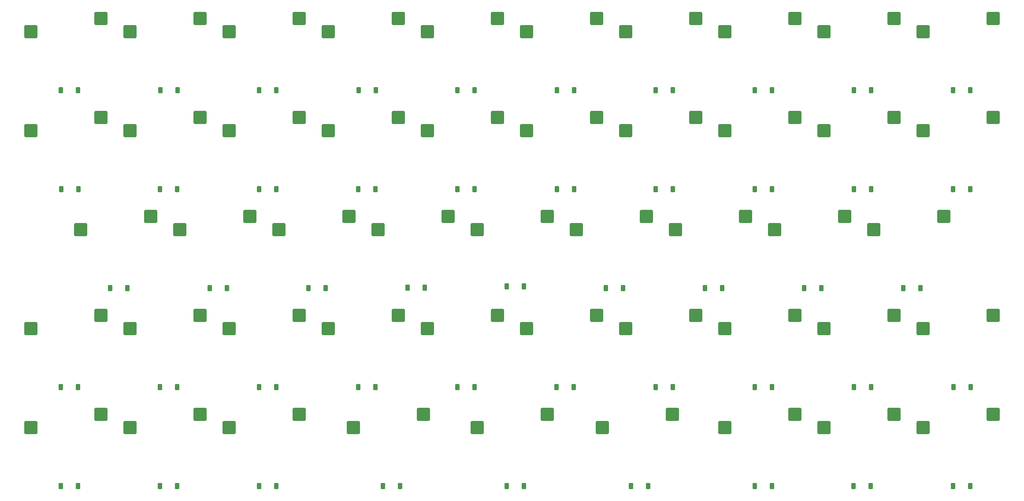
<source format=gbr>
%TF.GenerationSoftware,KiCad,Pcbnew,8.0.6*%
%TF.CreationDate,2024-11-22T09:07:55-07:00*%
%TF.ProjectId,newk-tabesque48,6e65776b-2d74-4616-9265-737175653438,rev?*%
%TF.SameCoordinates,Original*%
%TF.FileFunction,Paste,Bot*%
%TF.FilePolarity,Positive*%
%FSLAX46Y46*%
G04 Gerber Fmt 4.6, Leading zero omitted, Abs format (unit mm)*
G04 Created by KiCad (PCBNEW 8.0.6) date 2024-11-22 09:07:55*
%MOMM*%
%LPD*%
G01*
G04 APERTURE LIST*
G04 Aperture macros list*
%AMRoundRect*
0 Rectangle with rounded corners*
0 $1 Rounding radius*
0 $2 $3 $4 $5 $6 $7 $8 $9 X,Y pos of 4 corners*
0 Add a 4 corners polygon primitive as box body*
4,1,4,$2,$3,$4,$5,$6,$7,$8,$9,$2,$3,0*
0 Add four circle primitives for the rounded corners*
1,1,$1+$1,$2,$3*
1,1,$1+$1,$4,$5*
1,1,$1+$1,$6,$7*
1,1,$1+$1,$8,$9*
0 Add four rect primitives between the rounded corners*
20,1,$1+$1,$2,$3,$4,$5,0*
20,1,$1+$1,$4,$5,$6,$7,0*
20,1,$1+$1,$6,$7,$8,$9,0*
20,1,$1+$1,$8,$9,$2,$3,0*%
G04 Aperture macros list end*
%ADD10RoundRect,0.250000X1.025000X1.000000X-1.025000X1.000000X-1.025000X-1.000000X1.025000X-1.000000X0*%
%ADD11RoundRect,0.225000X0.225000X0.375000X-0.225000X0.375000X-0.225000X-0.375000X0.225000X-0.375000X0*%
G04 APERTURE END LIST*
D10*
%TO.C,MX33*%
X176409000Y-112522000D03*
X189859000Y-109982000D03*
%TD*%
%TO.C,MX31*%
X214509000Y-112522000D03*
X227959000Y-109982000D03*
%TD*%
%TO.C,MX44*%
X147834000Y-131572000D03*
X161284000Y-129032000D03*
%TD*%
%TO.C,MX4*%
X176409000Y-55372000D03*
X189859000Y-52832000D03*
%TD*%
%TO.C,MX12*%
X214509000Y-74422000D03*
X227959000Y-71882000D03*
%TD*%
%TO.C,MX37*%
X100209000Y-112522000D03*
X113659000Y-109982000D03*
%TD*%
%TO.C,MX20*%
X62109000Y-74422000D03*
X75559000Y-71882000D03*
%TD*%
%TO.C,MX39*%
X62109000Y-112522000D03*
X75559000Y-109982000D03*
%TD*%
%TO.C,MX3*%
X195459000Y-55372000D03*
X208909000Y-52832000D03*
%TD*%
%TO.C,MX13*%
X195459000Y-74422000D03*
X208909000Y-71882000D03*
%TD*%
D11*
%TO.C,D32*%
X204469000Y-123793250D03*
X201169000Y-123793250D03*
%TD*%
%TO.C,D31*%
X223519000Y-123793250D03*
X220219000Y-123793250D03*
%TD*%
D10*
%TO.C,MX2*%
X214509000Y-55372000D03*
X227959000Y-52832000D03*
%TD*%
D11*
%TO.C,D47*%
X90169000Y-142843250D03*
X86869000Y-142843250D03*
%TD*%
D10*
%TO.C,MX7*%
X119259000Y-55372000D03*
X132709000Y-52832000D03*
%TD*%
D11*
%TO.C,D36*%
X128269000Y-123793250D03*
X124969000Y-123793250D03*
%TD*%
%TO.C,D15*%
X166431500Y-85693250D03*
X163131500Y-85693250D03*
%TD*%
D10*
%TO.C,MX1*%
X233559000Y-55372000D03*
X247009000Y-52832000D03*
%TD*%
%TO.C,MX19*%
X81159000Y-74422000D03*
X94609000Y-71882000D03*
%TD*%
D11*
%TO.C,D6*%
X147319000Y-66643250D03*
X144019000Y-66643250D03*
%TD*%
%TO.C,D5*%
X166431500Y-66643250D03*
X163131500Y-66643250D03*
%TD*%
D10*
%TO.C,MX40*%
X233559000Y-131572000D03*
X247009000Y-129032000D03*
%TD*%
%TO.C,MX36*%
X119259000Y-112522000D03*
X132709000Y-109982000D03*
%TD*%
%TO.C,MX46*%
X100209000Y-131572000D03*
X113659000Y-129032000D03*
%TD*%
%TO.C,MX16*%
X138309000Y-74422000D03*
X151759000Y-71882000D03*
%TD*%
%TO.C,MX41*%
X214509000Y-131572000D03*
X227959000Y-129032000D03*
%TD*%
%TO.C,MX17*%
X119259000Y-74422000D03*
X132709000Y-71882000D03*
%TD*%
D11*
%TO.C,D9*%
X90231500Y-66643250D03*
X86931500Y-66643250D03*
%TD*%
D10*
%TO.C,MX9*%
X81159000Y-55372000D03*
X94609000Y-52832000D03*
%TD*%
D11*
%TO.C,D43*%
X180656500Y-142843250D03*
X177356500Y-142843250D03*
%TD*%
D10*
%TO.C,MX25*%
X147834000Y-93472000D03*
X161284000Y-90932000D03*
%TD*%
D11*
%TO.C,D39*%
X71119000Y-123793250D03*
X67819000Y-123793250D03*
%TD*%
D10*
%TO.C,MX10*%
X62109000Y-55372000D03*
X75559000Y-52832000D03*
%TD*%
D11*
%TO.C,D19*%
X90169000Y-85693250D03*
X86869000Y-85693250D03*
%TD*%
%TO.C,D42*%
X204469000Y-142843250D03*
X201169000Y-142843250D03*
%TD*%
%TO.C,D4*%
X185419000Y-66643250D03*
X182119000Y-66643250D03*
%TD*%
D10*
%TO.C,MX5*%
X157359000Y-55372000D03*
X170809000Y-52832000D03*
%TD*%
%TO.C,MX23*%
X185934000Y-93472000D03*
X199384000Y-90932000D03*
%TD*%
D11*
%TO.C,D24*%
X175894000Y-104743250D03*
X172594000Y-104743250D03*
%TD*%
%TO.C,D12*%
X223519000Y-85693250D03*
X220219000Y-85693250D03*
%TD*%
%TO.C,D17*%
X128269000Y-85693250D03*
X124969000Y-85693250D03*
%TD*%
%TO.C,D8*%
X109219000Y-66643250D03*
X105919000Y-66643250D03*
%TD*%
D10*
%TO.C,MX24*%
X166884000Y-93472000D03*
X180334000Y-90932000D03*
%TD*%
%TO.C,MX27*%
X109734000Y-93472000D03*
X123184000Y-90932000D03*
%TD*%
D11*
%TO.C,D13*%
X204469000Y-85693250D03*
X201169000Y-85693250D03*
%TD*%
%TO.C,D7*%
X128331500Y-66643250D03*
X125031500Y-66643250D03*
%TD*%
%TO.C,D30*%
X242631500Y-123793250D03*
X239331500Y-123793250D03*
%TD*%
%TO.C,D2*%
X223519000Y-66643250D03*
X220219000Y-66643250D03*
%TD*%
%TO.C,D1*%
X242569000Y-66643250D03*
X239269000Y-66643250D03*
%TD*%
%TO.C,D41*%
X223456500Y-142843250D03*
X220156500Y-142843250D03*
%TD*%
D10*
%TO.C,MX47*%
X81159000Y-131572000D03*
X94609000Y-129032000D03*
%TD*%
%TO.C,MX30*%
X233559000Y-112522000D03*
X247009000Y-109982000D03*
%TD*%
%TO.C,MX14*%
X176409000Y-74422000D03*
X189859000Y-71882000D03*
%TD*%
D11*
%TO.C,D35*%
X147319000Y-123793250D03*
X144019000Y-123793250D03*
%TD*%
D10*
%TO.C,MX11*%
X233559000Y-74422000D03*
X247009000Y-71882000D03*
%TD*%
%TO.C,MX22*%
X204984000Y-93472000D03*
X218434000Y-90932000D03*
%TD*%
D11*
%TO.C,D38*%
X90169000Y-123793250D03*
X86869000Y-123793250D03*
%TD*%
%TO.C,D48*%
X71119000Y-142843250D03*
X67819000Y-142843250D03*
%TD*%
D10*
%TO.C,MX15*%
X157359000Y-74422000D03*
X170809000Y-71882000D03*
%TD*%
%TO.C,MX43*%
X171884000Y-131572000D03*
X185334000Y-129032000D03*
%TD*%
%TO.C,MX35*%
X138309000Y-112522000D03*
X151759000Y-109982000D03*
%TD*%
D11*
%TO.C,D16*%
X147319000Y-85693250D03*
X144019000Y-85693250D03*
%TD*%
%TO.C,D37*%
X109219000Y-123793250D03*
X105919000Y-123793250D03*
%TD*%
%TO.C,D34*%
X166369000Y-123793250D03*
X163069000Y-123793250D03*
%TD*%
%TO.C,D44*%
X156844000Y-142843250D03*
X153544000Y-142843250D03*
%TD*%
%TO.C,D29*%
X80644000Y-104743250D03*
X77344000Y-104743250D03*
%TD*%
%TO.C,D40*%
X242569000Y-142843250D03*
X239269000Y-142843250D03*
%TD*%
%TO.C,D20*%
X71181500Y-85693250D03*
X67881500Y-85693250D03*
%TD*%
D10*
%TO.C,MX29*%
X71634000Y-93472000D03*
X85084000Y-90932000D03*
%TD*%
D11*
%TO.C,D23*%
X194944000Y-104743250D03*
X191644000Y-104743250D03*
%TD*%
D10*
%TO.C,MX34*%
X157359000Y-112522000D03*
X170809000Y-109982000D03*
%TD*%
D11*
%TO.C,D21*%
X233044000Y-104743250D03*
X229744000Y-104743250D03*
%TD*%
D10*
%TO.C,MX8*%
X100209000Y-55372000D03*
X113659000Y-52832000D03*
%TD*%
D11*
%TO.C,D18*%
X109219000Y-85693250D03*
X105919000Y-85693250D03*
%TD*%
%TO.C,D25*%
X156844000Y-104425750D03*
X153544000Y-104425750D03*
%TD*%
%TO.C,D26*%
X137794000Y-104637000D03*
X134494000Y-104637000D03*
%TD*%
D10*
%TO.C,MX26*%
X128784000Y-93472000D03*
X142234000Y-90932000D03*
%TD*%
D11*
%TO.C,D27*%
X118744000Y-104743250D03*
X115444000Y-104743250D03*
%TD*%
D10*
%TO.C,MX48*%
X62109000Y-131572000D03*
X75559000Y-129032000D03*
%TD*%
%TO.C,MX6*%
X138309000Y-55372000D03*
X151759000Y-52832000D03*
%TD*%
%TO.C,MX28*%
X90684000Y-93472000D03*
X104134000Y-90932000D03*
%TD*%
%TO.C,MX38*%
X81159000Y-112522000D03*
X94609000Y-109982000D03*
%TD*%
D11*
%TO.C,D45*%
X133031500Y-142843250D03*
X129731500Y-142843250D03*
%TD*%
%TO.C,D3*%
X204469000Y-66643250D03*
X201169000Y-66643250D03*
%TD*%
D10*
%TO.C,MX18*%
X100209000Y-74422000D03*
X113659000Y-71882000D03*
%TD*%
D11*
%TO.C,D33*%
X185419000Y-123793250D03*
X182119000Y-123793250D03*
%TD*%
%TO.C,D10*%
X71119000Y-66643250D03*
X67819000Y-66643250D03*
%TD*%
%TO.C,D46*%
X109219000Y-142843250D03*
X105919000Y-142843250D03*
%TD*%
%TO.C,D22*%
X213994000Y-104743250D03*
X210694000Y-104743250D03*
%TD*%
D10*
%TO.C,MX45*%
X124021500Y-131572000D03*
X137471500Y-129032000D03*
%TD*%
D11*
%TO.C,D28*%
X99756500Y-104743250D03*
X96456500Y-104743250D03*
%TD*%
D10*
%TO.C,MX32*%
X195459000Y-112522000D03*
X208909000Y-109982000D03*
%TD*%
%TO.C,MX21*%
X224034000Y-93472000D03*
X237484000Y-90932000D03*
%TD*%
D11*
%TO.C,D11*%
X242569000Y-85693250D03*
X239269000Y-85693250D03*
%TD*%
D10*
%TO.C,MX42*%
X195459000Y-131572000D03*
X208909000Y-129032000D03*
%TD*%
D11*
%TO.C,D14*%
X185419000Y-85693250D03*
X182119000Y-85693250D03*
%TD*%
M02*

</source>
